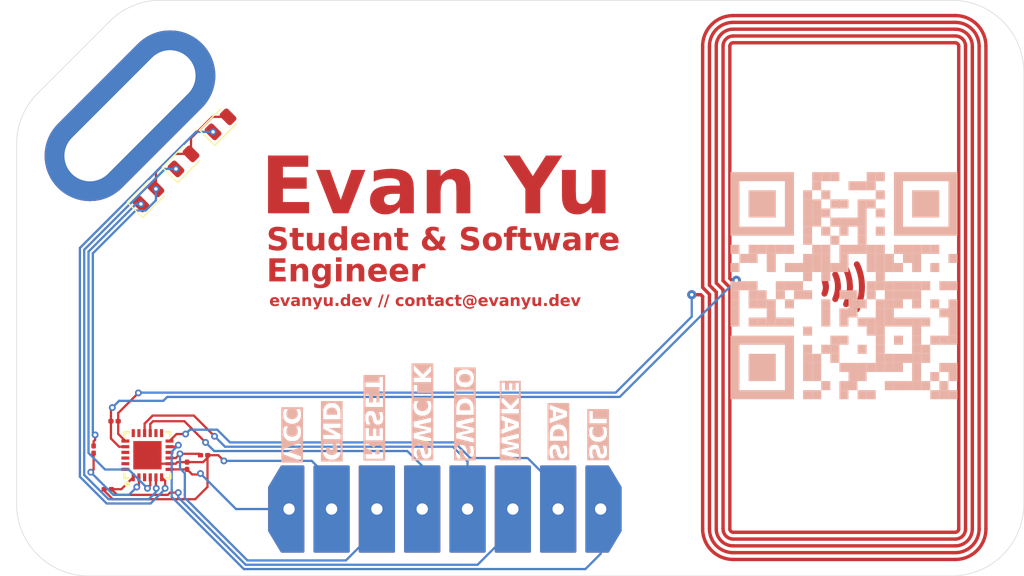
<source format=kicad_pcb>
(kicad_pcb (version 20241229) (generator "pcbnew") (generator_version "9.0")
  (layers (0 "F.Cu" signal) (2 "B.Cu" signal) (13 "F.Paste" user) (15 "B.Paste" user) (5 "F.SilkS" user "F.Silkscreen") (7 "B.SilkS" user "B.Silkscreen") (1 "F.Mask" user) (3 "B.Mask" user) (25 "Edge.Cuts" user))
  (net 0 "")
  (net 1 "GND")
  (net 2 "Net-(U2-LA)")
  (net 3 "Net-(U2-LB)")
  (net 4 "VCC")
  (net 5 "/RESET")
  (net 6 "/WAKE")
  (net 7 "/LEDC3")
  (net 13 "/SWDIO")
  (net 15 "/LEDC1")
  (net 18 "/LEDC2")
  (net 19 "/LEDR1")
  (net 20 "/SCL")
  (net 23 "/SDA")
  (net 24 "/SWCLK")
  (net 25 "Net-(D1-A)")
  (footprint "LED_SMD:LED_0805_2012Metric" (layer "F.Cu") (at 122.680679 84.06932 45)
    (property "Reference" "D2" (hide yes))
    (property "Value" "LED")
  )
  (footprint "Capacitor_SMD:C_0201_0603Metric" (layer "F.Cu") (at 116.6 107)
    (property "Reference" "C1" (hide yes))
    (property "Value" "1.2pF" (hide yes))
  )
  (footprint "LED_SMD:LED_0805_2012Metric" (layer "F.Cu") (at 125.951048 80.798951 45)
    (property "Reference" "D3" (hide yes))
    (property "Value" "LED")
  )
  (footprint "Capacitor_SMD:C_0201_0603Metric" (layer "F.Cu") (at 116 113 180)
    (property "Reference" "C4" (hide yes))
    (property "Value" "100nF")
  )
  (footprint "Library:25X48MM_NFC_EXPOSED_ANTENNA" (layer "F.Cu") (at 181 95.2 90)
    (property "Reference" "L1" (hide yes))
    (property "Value" "~")
  )
  (footprint "Library:HoldingHole" (layer "F.Cu") (at 124.5 73.5 135)
    (property "Reference" "REF**" (hide yes))
    (property "Value" "HoldingHole")
  )
  (footprint "Capacitor_SMD:C_0201_0603Metric" (layer "F.Cu") (at 124.5 110)
    (property "Reference" "C3" (hide yes))
    (property "Value" "100nF")
  )
  (footprint "LED_SMD:LED_0805_2012Metric" (layer "F.Cu") (at 119.587087 87.162913 45)
    (property "Reference" "D1" (hide yes))
    (property "Value" "LED")
  )
  (footprint "Library:Name_1" (layer "F.Cu") (at 129.5 89.5)
    (property "Reference" "REF**" (hide yes))
    (property "Value" "Name_1" (hide yes))
  )
  (footprint "Library:Wireless_icon" (layer "F.Cu") (at 181 95)
    (property "Reference" "REF**" (hide yes))
    (property "Value" "Wireless_icon" (hide yes))
  )
  (footprint "Library:8-Pin-Pads" (layer "F.Cu") (at 137.25 114.5)
    (property "Reference" "J1" (hide yes))
    (property "Value" "Conn_01x08_Pin")
  )
  (footprint "Capacitor_SMD:C_0201_0603Metric" (layer "F.Cu") (at 123 110.93 90)
    (property "Reference" "C2" (hide yes))
    (property "Value" "100nF")
  )
  (footprint "Library:Position" (layer "F.Cu") (at 130 96.5)
    (property "Reference" "REF**" (hide yes))
    (property "Value" "Position" (hide yes))
  )
  (footprint "Resistor_SMD:R_0201_0603Metric" (layer "F.Cu") (at 114.75 109.5 90)
    (property "Reference" "R1" (hide yes))
    (property "Value" "330")
  )
  (footprint "Library:Contact" (layer "F.Cu") (at 130.25 97)
    (property "Reference" "REF**" (hide yes))
    (property "Value" "Contact")
  )
  (footprint "Library:NXP LPC8N04FHI24E" (layer "F.Cu") (at 119.5 110)
    (property "Reference" "U2" (hide yes))
    (property "Value" "~" (hide yes))
  )
  (gr_poly (pts (xy 177.362374 93.835858) (xy 176.560606 93.835858) (xy 176.560606 93.034091) (xy 177.362374 93.034091)) (stroke (width -0.000001)) (fill yes) (layer "B.SilkS"))
  (gr_poly (pts (xy 186.983586 93.034091) (xy 186.181818 93.034091) (xy 186.181818 92.232324) (xy 186.983586 92.232324)) (stroke (width -0.000001)) (fill yes) (layer "B.SilkS"))
  (gr_poly (pts (xy 171.75 95.439395) (xy 170.948233 95.439395) (xy 170.948233 94.637626) (xy 171.75 94.637626)) (stroke (width -0.000001)) (fill yes) (layer "B.SilkS"))
  (gr_poly (pts (xy 180.569444 101.051768) (xy 179.767676 101.051768) (xy 179.767676 100.25) (xy 180.569444 100.25)) (stroke (width -0.000001)) (fill yes) (layer "B.SilkS"))
  (gr_poly (pts (xy 177.362374 95.439395) (xy 176.560606 95.439395) (xy 176.560606 94.637626) (xy 177.362374 94.637626)) (stroke (width -0.000001)) (fill yes) (layer "B.SilkS"))
  (gr_poly (pts (xy 178.164142 90.628788) (xy 177.362374 90.628788) (xy 177.362374 89.827021) (xy 178.164142 89.827021)) (stroke (width -0.000001)) (fill yes) (layer "B.SilkS"))
  (gr_poly (pts (xy 178.164142 101.853535) (xy 177.362374 101.853535) (xy 177.362374 101.051768) (xy 178.164142 101.051768)) (stroke (width -0.000001)) (fill yes) (layer "B.SilkS"))
  (gr_poly (pts (xy 187.785353 99.448233) (xy 186.983586 99.448233) (xy 186.983586 98.646464) (xy 187.785353 98.646464)) (stroke (width -0.000001)) (fill yes) (layer "B.SilkS"))
  (gr_poly (pts (xy 190.992424 98.646464) (xy 190.190655 98.646464) (xy 190.190655 97.844697) (xy 190.992424 97.844697)) (stroke (width -0.000001)) (fill yes) (layer "B.SilkS"))
  (gr_poly (pts (xy 183.776515 92.232324) (xy 182.974747 92.232324) (xy 182.974747 91.430556) (xy 183.776515 91.430556)) (stroke (width -0.000001)) (fill yes) (layer "B.SilkS"))
  (gr_poly (pts (xy 181.371213 100.25) (xy 180.569444 100.25) (xy 180.569444 99.448233) (xy 181.371213 99.448233)) (stroke (width -0.000001)) (fill yes) (layer "B.SilkS"))
  (gr_poly (pts (xy 188.587121 98.646464) (xy 187.785353 98.646464) (xy 187.785353 97.844697) (xy 188.587121 97.844697)) (stroke (width -0.000001)) (fill yes) (layer "B.SilkS"))
  (gr_poly (pts (xy 187.785353 102.655303) (xy 186.983586 102.655303) (xy 186.983586 101.853535) (xy 187.785353 101.853535)) (stroke (width -0.000001)) (fill yes) (layer "B.SilkS"))
  (gr_poly (pts (xy 172.551768 93.034091) (xy 171.75 93.034091) (xy 171.75 92.232324) (xy 172.551768 92.232324)) (stroke (width -0.000001)) (fill yes) (layer "B.SilkS"))
  (gr_poly (pts (xy 182.974747 86.61995) (xy 182.17298 86.61995) (xy 182.17298 85.818182) (xy 182.974747 85.818182)) (stroke (width -0.000001)) (fill yes) (layer "B.SilkS"))
  (gr_poly (pts (xy 181.371213 93.034091) (xy 180.569444 93.034091) (xy 180.569444 92.232324) (xy 181.371213 92.232324)) (stroke (width -0.000001)) (fill yes) (layer "B.SilkS"))
  (gr_poly (pts (xy 179.767676 104.258837) (xy 178.965909 104.258837) (xy 178.965909 103.45707) (xy 179.767676 103.45707)) (stroke (width -0.000001)) (fill yes) (layer "B.SilkS"))
  (gr_poly (pts (xy 171.75 97.042929) (xy 170.948233 97.042929) (xy 170.948233 96.241162) (xy 171.75 96.241162)) (stroke (width -0.000001)) (fill yes) (layer "B.SilkS"))
  (gr_poly (pts (xy 178.164142 105.060606) (xy 177.362374 105.060606) (xy 177.362374 104.258837) (xy 178.164142 104.258837)) (stroke (width -0.000001)) (fill yes) (layer "B.SilkS"))
  (gr_poly (pts (xy 180.569444 100.25) (xy 179.767676 100.25) (xy 179.767676 99.448233) (xy 180.569444 99.448233)) (stroke (width -0.000001)) (fill yes) (layer "B.SilkS"))
  (gr_poly (pts (xy 184.578282 101.051768) (xy 183.776515 101.051768) (xy 183.776515 100.25) (xy 184.578282 100.25)) (stroke (width -0.000001)) (fill yes) (layer "B.SilkS"))
  (gr_poly (pts (xy 179.767676 90.628788) (xy 178.965909 90.628788) (xy 178.965909 89.827021) (xy 179.767676 89.827021)) (stroke (width -0.000001)) (fill yes) (layer "B.SilkS"))
  (gr_poly (pts (xy 179.767676 97.844697) (xy 178.965909 97.844697) (xy 178.965909 97.042929) (xy 179.767676 97.042929)) (stroke (width -0.000001)) (fill yes) (layer "B.SilkS"))
  (gr_poly (pts (xy 178.164142 89.827021) (xy 177.362374 89.827021) (xy 177.362374 89.025253) (xy 178.164142 89.025253)) (stroke (width -0.000001)) (fill yes) (layer "B.SilkS"))
  (gr_poly (pts (xy 183.776515 93.835858) (xy 182.974747 93.835858) (xy 182.974747 93.034091) (xy 183.776515 93.034091)) (stroke (width -0.000001)) (fill yes) (layer "B.SilkS"))
  (gr_poly (pts (xy 177.362374 96.241162) (xy 176.560606 96.241162) (xy 176.560606 95.439395) (xy 177.362374 95.439395)) (stroke (width -0.000001)) (fill yes) (layer "B.SilkS"))
  (gr_poly (pts (xy 184.578282 98.646464) (xy 183.776515 98.646464) (xy 183.776515 97.844697) (xy 184.578282 97.844697)) (stroke (width -0.000001)) (fill yes) (layer "B.SilkS"))
  (gr_poly (pts (xy 182.17298 92.232324) (xy 181.371213 92.232324) (xy 181.371213 91.430556) (xy 182.17298 91.430556)) (stroke (width -0.000001)) (fill yes) (layer "B.SilkS"))
  (gr_poly (pts (xy 189.388888 93.835858) (xy 188.587121 93.835858) (xy 188.587121 93.034091) (xy 189.388888 93.034091)) (stroke (width -0.000001)) (fill yes) (layer "B.SilkS"))
  (gr_poly (pts (xy 186.181818 97.042929) (xy 185.380051 97.042929) (xy 185.380051 96.241162) (xy 186.181818 96.241162)) (stroke (width -0.000001)) (fill yes) (layer "B.SilkS"))
  (gr_poly (pts (xy 178.965909 89.827021) (xy 178.164142 89.827021) (xy 178.164142 89.025253) (xy 178.965909 89.025253)) (stroke (width -0.000001)) (fill yes) (layer "B.SilkS"))
  (gr_poly (pts (xy 174.957071 98.646464) (xy 174.155303 98.646464) (xy 174.155303 97.844697) (xy 174.957071 97.844697)) (stroke (width -0.000001)) (fill yes) (layer "B.SilkS"))
  (gr_poly (pts (xy 178.164142 94.637626) (xy 177.362374 94.637626) (xy 177.362374 93.835858) (xy 178.164142 93.835858)) (stroke (width -0.000001)) (fill yes) (layer "B.SilkS"))
  (gr_poly (pts (xy 175.758839 95.439395) (xy 174.957071 95.439395) (xy 174.957071 94.637626) (xy 175.758839 94.637626)) (stroke (width -0.000001)) (fill yes) (layer "B.SilkS"))
  (gr_poly (pts (xy 175.758839 96.241162) (xy 174.957071 96.241162) (xy 174.957071 95.439395) (xy 175.758839 95.439395)) (stroke (width -0.000001)) (fill yes) (layer "B.SilkS"))
  (gr_poly (pts (xy 186.983586 95.439395) (xy 186.181818 95.439395) (xy 186.181818 94.637626) (xy 186.983586 94.637626)) (stroke (width -0.000001)) (fill yes) (layer "B.SilkS"))
  (gr_poly (pts (xy 178.965909 93.034091) (xy 178.164142 93.034091) (xy 178.164142 92.232324) (xy 178.965909 92.232324)) (stroke (width -0.000001)) (fill yes) (layer "B.SilkS"))
  (gr_poly (pts (xy 180.569444 93.835858) (xy 179.767676 93.835858) (xy 179.767676 93.034091) (xy 180.569444 93.034091)) (stroke (width -0.000001)) (fill yes) (layer "B.SilkS"))
  (gr_poly (pts (xy 182.17298 97.042929) (xy 181.371213 97.042929) (xy 181.371213 96.241162) (xy 182.17298 96.241162)) (stroke (width -0.000001)) (fill yes) (layer "B.SilkS"))
  (gr_poly (pts (xy 178.965909 92.232324) (xy 178.164142 92.232324) (xy 178.164142 91.430556) (xy 178.965909 91.430556)) (stroke (width -0.000001)) (fill yes) (layer "B.SilkS"))
  (gr_poly (pts (xy 179.767676 94.637626) (xy 178.965909 94.637626) (xy 178.965909 93.835858) (xy 179.767676 93.835858)) (stroke (width -0.000001)) (fill yes) (layer "B.SilkS"))
  (gr_poly (pts (xy 185.380051 97.844697) (xy 184.578282 97.844697) (xy 184.578282 97.042929) (xy 185.380051 97.042929)) (stroke (width -0.000001)) (fill yes) (layer "B.SilkS"))
  (gr_poly (pts (xy 186.983586 92.232324) (xy 186.181818 92.232324) (xy 186.181818 91.430556) (xy 186.983586 91.430556)) (stroke (width -0.000001)) (fill yes) (layer "B.SilkS"))
  (gr_poly (pts (xy 182.974747 89.025253) (xy 182.17298 89.025253) (xy 182.17298 88.223485) (xy 182.974747 88.223485)) (stroke (width -0.000001)) (fill yes) (layer "B.SilkS"))
  (gr_poly (pts (xy 178.164142 89.025253) (xy 177.362374 89.025253) (xy 177.362374 88.223485) (xy 178.164142 88.223485)) (stroke (width -0.000001)) (fill yes) (layer "B.SilkS"))
  (gr_poly (pts (xy 183.776515 102.655303) (xy 182.974747 102.655303) (xy 182.974747 101.853535) (xy 183.776515 101.853535)) (stroke (width -0.000001)) (fill yes) (layer "B.SilkS"))
  (gr_poly (pts (xy 190.992424 99.448233) (xy 190.190655 99.448233) (xy 190.190655 98.646464) (xy 190.992424 98.646464)) (stroke (width -0.000001)) (fill yes) (layer "B.SilkS"))
  (gr_poly (pts (xy 184.578282 90.628788) (xy 183.776515 90.628788) (xy 183.776515 89.827021) (xy 184.578282 89.827021)) (stroke (width -0.000001)) (fill yes) (layer "B.SilkS"))
  (gr_poly (pts (xy 190.992424 90.628788) (xy 185.380051 90.628788) (xy 185.380051 89.827021) (xy 186.181818 89.827021) (xy 190.190655 89.827021) (xy 190.190655 85.818182) (xy 186.181818 85.818182) (xy 186.181818 89.827021) (xy 185.380051 89.827021) (xy 185.380051 85.016415) (xy 190.992424 85.016415)) (stroke (width -0.000001)) (fill yes) (layer "B.SilkS"))
  (gr_poly (pts (xy 179.767676 93.835858) (xy 178.965909 93.835858) (xy 178.965909 93.034091) (xy 179.767676 93.034091)) (stroke (width -0.000001)) (fill yes) (layer "B.SilkS"))
  (gr_poly (pts (xy 171.75 97.844697) (xy 170.948233 97.844697) (xy 170.948233 97.042929) (xy 171.75 97.042929)) (stroke (width -0.000001)) (fill yes) (layer "B.SilkS"))
  (gr_poly (pts (xy 174.957071 92.232324) (xy 174.155303 92.232324) (xy 174.155303 91.430556) (xy 174.957071 91.430556)) (stroke (width -0.000001)) (fill yes) (layer "B.SilkS"))
  (gr_poly (pts (xy 187.785353 93.034091) (xy 186.983586 93.034091) (xy 186.983586 92.232324) (xy 187.785353 92.232324)) (stroke (width -0.000001)) (fill yes) (layer "B.SilkS"))
  (gr_poly (pts (xy 179.767676 98.646464) (xy 178.965909 98.646464) (xy 178.965909 97.844697) (xy 179.767676 97.844697)) (stroke (width -0.000001)) (fill yes) (layer "B.SilkS"))
  (gr_poly (pts (xy 186.181818 98.646464) (xy 185.380051 98.646464) (xy 185.380051 97.844697) (xy 186.181818 97.844697)) (stroke (width -0.000001)) (fill yes) (layer "B.SilkS"))
  (gr_poly (pts (xy 174.957071 97.844697) (xy 174.155303 97.844697) (xy 174.155303 97.042929) (xy 174.957071 97.042929)) (stroke (width -0.000001)) (fill yes) (layer "B.SilkS"))
  (gr_poly (pts (xy 174.155303 97.042929) (xy 173.353535 97.042929) (xy 173.353535 96.241162) (xy 174.155303 96.241162)) (stroke (width -0.000001)) (fill yes) (layer "B.SilkS"))
  (gr_poly (pts (xy 182.17298 97.844697) (xy 181.371213 97.844697) (xy 181.371213 97.042929) (xy 182.17298 97.042929)) (stroke (width -0.000001)) (fill yes) (layer "B.SilkS"))
  (gr_poly (pts (xy 184.578282 93.034091) (xy 183.776515 93.034091) (xy 183.776515 92.232324) (xy 184.578282 92.232324)) (stroke (width -0.000001)) (fill yes) (layer "B.SilkS"))
  (gr_poly (pts (xy 190.992424 97.844697) (xy 190.190655 97.844697) (xy 190.190655 97.042929) (xy 190.992424 97.042929)) (stroke (width -0.000001)) (fill yes) (layer "B.SilkS"))
  (gr_poly (pts (xy 178.164142 99.448233) (xy 177.362374 99.448233) (xy 177.362374 98.646464) (xy 178.164142 98.646464)) (stroke (width -0.000001)) (fill yes) (layer "B.SilkS"))
  (gr_poly (pts (xy 182.974747 91.430556) (xy 182.17298 91.430556) (xy 182.17298 90.628788) (xy 182.974747 90.628788)) (stroke (width -0.000001)) (fill yes) (layer "B.SilkS"))
  (gr_poly (pts (xy 189.388888 92.232324) (xy 188.587121 92.232324) (xy 188.587121 91.430556) (xy 189.388888 91.430556)) (stroke (width -0.000001)) (fill yes) (layer "B.SilkS"))
  (gr_poly (pts (xy 189.388888 97.042929) (xy 188.587121 97.042929) (xy 188.587121 96.241162) (xy 189.388888 96.241162)) (stroke (width -0.000001)) (fill yes) (layer "B.SilkS"))
  (gr_poly (pts (xy 185.380051 98.646464) (xy 184.578282 98.646464) (xy 184.578282 97.844697) (xy 185.380051 97.844697)) (stroke (width -0.000001)) (fill yes) (layer "B.SilkS"))
  (gr_poly (pts (xy 183.776515 86.61995) (xy 182.974747 86.61995) (xy 182.974747 85.818182) (xy 183.776515 85.818182)) (stroke (width -0.000001)) (fill yes) (layer "B.SilkS"))
  (gr_poly (pts (xy 182.974747 105.060606) (xy 182.17298 105.060606) (xy 182.17298 104.258837) (xy 182.974747 104.258837)) (stroke (width -0.000001)) (fill yes) (layer "B.SilkS"))
  (gr_poly (pts (xy 182.974747 103.45707) (xy 182.17298 103.45707) (xy 182.17298 102.655303) (xy 182.974747 102.655303)) (stroke (width -0.000001)) (fill yes) (layer "B.SilkS"))
  (gr_poly (pts (xy 176.560606 93.835858) (xy 175.758839 93.835858) (xy 175.758839 93.034091) (xy 176.560606 93.034091)) (stroke (width -0.000001)) (fill yes) (layer "B.SilkS"))
  (gr_poly (pts (xy 178.164142 93.034091) (xy 177.362374 93.034091) (xy 177.362374 92.232324) (xy 178.164142 92.232324)) (stroke (width -0.000001)) (fill yes) (layer "B.SilkS"))
  (gr_poly (pts (xy 185.380051 96.241162) (xy 184.578282 96.241162) (xy 184.578282 95.439395) (xy 185.380051 95.439395)) (stroke (width -0.000001)) (fill yes) (layer "B.SilkS"))
  (gr_poly (pts (xy 183.776515 95.439395) (xy 182.974747 95.439395) (xy 182.974747 94.637626) (xy 183.776515 94.637626)) (stroke (width -0.000001)) (fill yes) (layer "B.SilkS"))
  (gr_poly (pts (xy 184.578282 97.844697) (xy 183.776515 97.844697) (xy 183.776515 97.042929) (xy 184.578282 97.042929)) (stroke (width -0.000001)) (fill yes) (layer "B.SilkS"))
  (gr_poly (pts (xy 186.181818 104.258837) (xy 185.380051 104.258837) (xy 185.380051 103.45707) (xy 186.181818 103.45707)) (stroke (width -0.000001)) (fill yes) (layer "B.SilkS"))
  (gr_poly (pts (xy 178.965909 101.853535) (xy 178.164142 101.853535) (xy 178.164142 101.051768) (xy 178.965909 101.051768)) (stroke (width -0.000001)) (fill yes) (layer "B.SilkS"))
  (gr_poly (pts (xy 174.957071 93.835858) (xy 174.155303 93.835858) (xy 174.155303 93.034091) (xy 174.957071 93.034091)) (stroke (width -0.000001)) (fill yes) (layer "B.SilkS"))
  (gr_poly (pts (xy 184.578282 94.637626) (xy 183.776515 94.637626) (xy 183.776515 93.835858) (xy 184.578282 93.835858)) (stroke (width -0.000001)) (fill yes) (layer "B.SilkS"))
  (gr_poly (pts (xy 186.181818 92.232324) (xy 185.380051 92.232324) (xy 185.380051 91.430556) (xy 186.181818 91.430556)) (stroke (width -0.000001)) (fill yes) (layer "B.SilkS"))
  (gr_poly (pts (xy 176.560606 95.439395) (xy 175.758839 95.439395) (xy 175.758839 94.637626) (xy 176.560606 94.637626)) (stroke (width -0.000001)) (fill yes) (layer "B.SilkS"))
  (gr_poly (pts (xy 190.190655 97.844697) (xy 189.388888 97.844697) (xy 189.388888 97.042929) (xy 190.190655 97.042929)) (stroke (width -0.000001)) (fill yes) (layer "B.SilkS"))
  (gr_poly (pts (xy 178.965909 102.655303) (xy 178.164142 102.655303) (xy 178.164142 101.853535) (xy 178.965909 101.853535)) (stroke (width -0.000001)) (fill yes) (layer "B.SilkS"))
  (gr_poly (pts (xy 174.957071 103.45707) (xy 172.551768 103.45707) (xy 172.551768 101.051768) (xy 174.957071 101.051768)) (stroke (width -0.000001)) (fill yes) (layer "B.SilkS"))
  (gr_poly (pts (xy 184.578282 102.655303) (xy 183.776515 102.655303) (xy 183.776515 101.853535) (xy 184.578282 101.853535)) (stroke (width -0.000001)) (fill yes) (layer "B.SilkS"))
  (gr_poly (pts (xy 182.17298 104.258837) (xy 181.371213 104.258837) (xy 181.371213 103.45707) (xy 182.17298 103.45707)) (stroke (width -0.000001)) (fill yes) (layer "B.SilkS"))
  (gr_poly (pts (xy 178.164142 101.051768) (xy 177.362374 101.051768) (xy 177.362374 100.25) (xy 178.164142 100.25)) (stroke (width -0.000001)) (fill yes) (layer "B.SilkS"))
  (gr_poly (pts (xy 187.785353 97.042929) (xy 186.983586 97.042929) (xy 186.983586 96.241162) (xy 187.785353 96.241162)) (stroke (width -0.000001)) (fill yes) (layer "B.SilkS"))
  (gr_poly (pts (xy 174.957071 89.025253) (xy 172.551768 89.025253) (xy 172.551768 86.61995) (xy 174.957071 86.61995)) (stroke (width -0.000001)) (fill yes) (layer "B.SilkS"))
  (gr_poly (pts (xy 184.578282 87.421717) (xy 183.776515 87.421717) (xy 183.776515 86.61995) (xy 184.578282 86.61995)) (stroke (width -0.000001)) (fill yes) (layer "B.SilkS"))
  (gr_poly (pts (xy 186.983586 98.646464) (xy 186.181818 98.646464) (xy 186.181818 97.844697) (xy 186.983586 97.844697)) (stroke (width -0.000001)) (fill yes) (layer "B.SilkS"))
  (gr_poly (pts (xy 176.560606 90.628788) (xy 170.948233 90.628788) (xy 170.948233 89.827021) (xy 171.75 89.827021) (xy 175.758839 89.827021) (xy 175.758839 85.818182) (xy 171.75 85.818182) (xy 171.75 89.827021) (xy 170.948233 89.827021) (xy 170.948233 85.016415) (xy 176.560606 85.016415)) (stroke (width -0.000001)) (fill yes) (layer "B.SilkS"))
  (gr_poly (pts (xy 188.587121 92.232324) (xy 187.785353 92.232324) (xy 187.785353 91.430556) (xy 188.587121 91.430556)) (stroke (width -0.000001)) (fill yes) (layer "B.SilkS"))
  (gr_poly (pts (xy 182.974747 101.051768) (xy 182.17298 101.051768) (xy 182.17298 100.25) (xy 182.974747 100.25)) (stroke (width -0.000001)) (fill yes) (layer "B.SilkS"))
  (gr_poly (pts (xy 185.380051 97.042929) (xy 184.578282 97.042929) (xy 184.578282 96.241162) (xy 185.380051 96.241162)) (stroke (width -0.000001)) (fill yes) (layer "B.SilkS"))
  (gr_poly (pts (xy 178.965909 86.61995) (xy 178.164142 86.61995) (xy 178.164142 85.818182) (xy 178.965909 85.818182)) (stroke (width -0.000001)) (fill yes) (layer "B.SilkS"))
  (gr_poly (pts (xy 189.388888 105.060606) (xy 188.587121 105.060606) (xy 188.587121 104.258837) (xy 189.388888 104.258837)) (stroke (width -0.000001)) (fill yes) (layer "B.SilkS"))
  (gr_poly (pts (xy 190.190655 104.258837) (xy 189.388888 104.258837) (xy 189.388888 103.45707) (xy 190.190655 103.45707)) (stroke (width -0.000001)) (fill yes) (layer "B.SilkS"))
  (gr_poly (pts (xy 184.578282 92.232324) (xy 183.776515 92.232324) (xy 183.776515 91.430556) (xy 184.578282 91.430556)) (stroke (width -0.000001)) (fill yes) (layer "B.SilkS"))
  (gr_poly (pts (xy 173.353535 95.439395) (xy 172.551768 95.439395) (xy 172.551768 94.637626) (xy 173.353535 94.637626)) (stroke (width -0.000001)) (fill yes) (layer "B.SilkS"))
  (gr_poly (pts (xy 178.164142 96.241162) (xy 177.362374 96.241162) (xy 177.362374 95.439395) (xy 178.164142 95.439395)) (stroke (width -0.000001)) (fill yes) (layer "B.SilkS"))
  (gr_poly (pts (xy 189.388888 103.45707) (xy 188.587121 103.45707) (xy 188.587121 102.655303) (xy 189.388888 102.655303)) (stroke (width -0.000001)) (fill yes) (layer "B.SilkS"))
  (gr_poly (pts (xy 187.785353 101.051768) (xy 186.983586 101.051768) (xy 186.983586 100.25) (xy 187.785353 100.25)) (stroke (width -0.000001)) (fill yes) (layer "B.SilkS"))
  (gr_poly (pts (xy 182.974747 88.223485) (xy 182.17298 88.223485) (xy 182.17298 87.421717) (xy 182.974747 87.421717)) (stroke (width -0.000001)) (fill yes) (layer "B.SilkS"))
  (gr_poly (pts (xy 187.785353 96.241162) (xy 186.983586 96.241162) (xy 186.983586 95.439395) (xy 187.785353 95.439395)) (stroke (width -0.000001)) (fill yes) (layer "B.SilkS"))
  (gr_poly (pts (xy 180.569444 89.827021) (xy 179.767676 89.827021) (xy 179.767676 89.025253) (xy 180.569444 89.025253)) (stroke (width -0.000001)) (fill yes) (layer "B.SilkS"))
  (gr_poly (pts (xy 176.560606 97.042929) (xy 175.758839 97.042929) (xy 175.758839 96.241162) (xy 176.560606 96.241162)) (stroke (width -0.000001)) (fill yes) (layer "B.SilkS"))
  (gr_poly (pts (xy 187.785353 95.439395) (xy 186.983586 95.439395) (xy 186.983586 94.637626) (xy 187.785353 94.637626)) (stroke (width -0.000001)) (fill yes) (layer "B.SilkS"))
  (gr_poly (pts (xy 184.578282 99.448233) (xy 183.776515 99.448233) (xy 183.776515 98.646464) (xy 184.578282 98.646464)) (stroke (width -0.000001)) (fill yes) (layer "B.SilkS"))
  (gr_poly (pts (xy 178.965909 85.818182) (xy 178.164142 85.818182) (xy 178.164142 85.016415) (xy 178.965909 85.016415)) (stroke (width -0.000001)) (fill yes) (layer "B.SilkS"))
  (gr_poly (pts (xy 180.569444 91.430556) (xy 179.767676 91.430556) (xy 179.767676 90.628788) (xy 180.569444 90.628788)) (stroke (width -0.000001)) (fill yes) (layer "B.SilkS"))
  (gr_poly (pts (xy 178.164142 91.430556) (xy 177.362374 91.430556) (xy 177.362374 90.628788) (xy 178.164142 90.628788)) (stroke (width -0.000001)) (fill yes) (layer "B.SilkS"))
  (gr_poly (pts (xy 178.164142 93.835858) (xy 177.362374 93.835858) (xy 177.362374 93.034091) (xy 178.164142 93.034091)) (stroke (width -0.000001)) (fill yes) (layer "B.SilkS"))
  (gr_poly (pts (xy 185.380051 104.258837) (xy 184.578282 104.258837) (xy 184.578282 103.45707) (xy 185.380051 103.45707)) (stroke (width -0.000001)) (fill yes) (layer "B.SilkS"))
  (gr_poly (pts (xy 185.380051 95.439395) (xy 184.578282 95.439395) (xy 184.578282 94.637626) (xy 185.380051 94.637626)) (stroke (width -0.000001)) (fill yes) (layer "B.SilkS"))
  (gr_poly (pts (xy 178.164142 103.45707) (xy 177.362374 103.45707) (xy 177.362374 102.655303) (xy 178.164142 102.655303)) (stroke (width -0.000001)) (fill yes) (layer "B.SilkS"))
  (gr_poly (pts (xy 178.164142 88.223485) (xy 177.362374 88.223485) (xy 177.362374 87.421717) (xy 178.164142 87.421717)) (stroke (width -0.000001)) (fill yes) (layer "B.SilkS"))
  (gr_poly (pts (xy 188.587121 101.853535) (xy 187.785353 101.853535) (xy 187.785353 101.051768) (xy 188.587121 101.051768)) (stroke (width -0.000001)) (fill yes) (layer "B.SilkS"))
  (gr_poly (pts (xy 186.181818 93.835858) (xy 185.380051 93.835858) (xy 185.380051 93.034091) (xy 186.181818 93.034091)) (stroke (width -0.000001)) (fill yes) (layer "B.SilkS"))
  (gr_poly (pts (xy 187.785353 98.646464) (xy 186.983586 98.646464) (xy 186.983586 97.844697) (xy 187.785353 97.844697)) (stroke (width -0.000001)) (fill yes) (layer "B.SilkS"))
  (gr_poly (pts (xy 189.388888 100.25) (xy 188.587121 100.25) (xy 188.587121 99.448233) (xy 189.388888 99.448233)) (stroke (width -0.000001)) (fill yes) (layer "B.SilkS"))
  (gr_poly (pts (xy 184.578282 95.439395) (xy 183.776515 95.439395) (xy 183.776515 94.637626) (xy 184.578282 94.637626)) (stroke (width -0.000001)) (fill yes) (layer "B.SilkS"))
  (gr_poly (pts (xy 181.371213 90.628788) (xy 180.569444 90.628788) (xy 180.569444 89.827021) (xy 181.371213 89.827021)) (stroke (width -0.000001)) (fill yes) (layer "B.SilkS"))
  (gr_poly (pts (xy 173.353535 93.034091) (xy 172.551768 93.034091) (xy 172.551768 92.232324) (xy 173.353535 92.232324)) (stroke (width -0.000001)) (fill yes) (layer "B.SilkS"))
  (gr_poly (pts (xy 187.785353 92.232324) (xy 186.983586 92.232324) (xy 186.983586 91.430556) (xy 187.785353 91.430556)) (stroke (width -0.000001)) (fill yes) (layer "B.SilkS"))
  (gr_poly (pts (xy 172.551768 95.439395) (xy 171.75 95.439395) (xy 171.75 94.637626) (xy 172.551768 94.637626)) (stroke (width -0.000001)) (fill yes) (layer "B.SilkS"))
  (gr_poly (pts (xy 182.974747 89.827021) (xy 182.17298 89.827021) (xy 182.17298 89.025253) (xy 182.974747 89.025253)) (stroke (width -0.000001)) (fill yes) (layer "B.SilkS"))
  (gr_poly (pts (xy 186.983586 104.258837) (xy 186.181818 104.258837) (xy 186.181818 103.45707) (xy 186.983586 103.45707)) (stroke (width -0.000001)) (fill yes) (layer "B.SilkS"))
  (gr_poly (pts (xy 174.155303 92.232324) (xy 173.353535 92.232324) (xy 173.353535 91.430556) (xy 174.155303 91.430556)) (stroke (width -0.000001)) (fill yes) (layer "B.SilkS"))
  (gr_poly (pts (xy 183.776515 96.241162) (xy 182.974747 96.241162) (xy 182.974747 95.439395) (xy 183.776515 95.439395)) (stroke (width -0.000001)) (fill yes) (layer "B.SilkS"))
  (gr_poly (pts (xy 183.776515 98.646464) (xy 182.974747 98.646464) (xy 182.974747 97.844697) (xy 183.776515 97.844697)) (stroke (width -0.000001)) (fill yes) (layer "B.SilkS"))
  (gr_poly (pts (xy 178.965909 89.025253) (xy 178.164142 89.025253) (xy 178.164142 88.223485) (xy 178.965909 88.223485)) (stroke (width -0.000001)) (fill yes) (layer "B.SilkS"))
  (gr_poly (pts (xy 173.353535 96.241162) (xy 172.551768 96.241162) (xy 172.551768 95.439395) (xy 173.353535 95.439395)) (stroke (width -0.000001)) (fill yes) (layer "B.SilkS"))
  (gr_poly (pts (xy 190.992424 100.25) (xy 190.190655 100.25) (xy 190.190655 99.448233) (xy 190.992424 99.448233)) (stroke (width -0.000001)) (fill yes) (layer "B.SilkS"))
  (gr_poly (pts (xy 182.974747 90.628788) (xy 182.17298 90.628788) (xy 182.17298 89.827021) (xy 182.974747 89.827021)) (stroke (width -0.000001)) (fill yes) (layer "B.SilkS"))
  (gr_poly (pts (xy 176.560606 98.646464) (xy 175.758839 98.646464) (xy 175.758839 97.844697) (xy 176.560606 97.844697)) (stroke (width -0.000001)) (fill yes) (layer "B.SilkS"))
  (gr_poly (pts (xy 176.560606 92.232324) (xy 175.758839 92.232324) (xy 175.758839 91.430556) (xy 176.560606 91.430556)) (stroke (width -0.000001)) (fill yes) (layer "B.SilkS"))
  (gr_poly (pts (xy 187.785353 101.853535) (xy 186.983586 101.853535) (xy 186.983586 101.051768) (xy 187.785353 101.051768)) (stroke (width -0.000001)) (fill yes) (layer "B.SilkS"))
  (gr_poly (pts (xy 179.767676 89.025253) (xy 178.965909 89.025253) (xy 178.965909 88.223485) (xy 179.767676 88.223485)) (stroke (width -0.000001)) (fill yes) (layer "B.SilkS"))
  (gr_poly (pts (xy 190.992424 102.655303) (xy 190.190655 102.655303) (xy 190.190655 101.853535) (xy 190.992424 101.853535)) (stroke (width -0.000001)) (fill yes) (layer "B.SilkS"))
  (gr_poly (pts (xy 184.578282 93.835858) (xy 183.776515 93.835858) (xy 183.776515 93.034091) (xy 184.578282 93.034091)) (stroke (width -0.000001)) (fill yes) (layer "B.SilkS"))
  (gr_poly (pts (xy 184.578282 89.025253) (xy 183.776515 89.025253) (xy 183.776515 88.223485) (xy 184.578282 88.223485)) (stroke (width -0.000001)) (fill yes) (layer "B.SilkS"))
  (gr_poly (pts (xy 181.371213 88.223485) (xy 180.569444 88.223485) (xy 180.569444 87.421717) (xy 181.371213 87.421717)) (stroke (width -0.000001)) (fill yes) (layer "B.SilkS"))
  (gr_poly (pts (xy 179.767676 101.051768) (xy 178.965909 101.051768) (xy 178.965909 100.25) (xy 179.767676 100.25)) (stroke (width -0.000001)) (fill yes) (layer "B.SilkS"))
  (gr_poly (pts (xy 182.17298 102.655303) (xy 181.371213 102.655303) (xy 181.371213 101.853535) (xy 182.17298 101.853535)) (stroke (width -0.000001)) (fill yes) (layer "B.SilkS"))
  (gr_poly (pts (xy 186.181818 95.439395) (xy 185.380051 95.439395) (xy 185.380051 94.637626) (xy 186.181818 94.637626)) (stroke (width -0.000001)) (fill yes) (layer "B.SilkS"))
  (gr_poly (pts (xy 186.181818 101.853535) (xy 185.380051 101.853535) (xy 185.380051 101.051768) (xy 186.181818 101.051768)) (stroke (width -0.000001)) (fill yes) (layer "B.SilkS"))
  (gr_poly (pts (xy 190.992424 95.439395) (xy 190.190655 95.439395) (xy 190.190655 94.637626) (xy 190.992424 94.637626)) (stroke (width -0.000001)) (fill yes) (layer "B.SilkS"))
  (gr_poly (pts (xy 184.578282 97.042929) (xy 183.776515 97.042929) (xy 183.776515 96.241162) (xy 184.578282 96.241162)) (stroke (width -0.000001)) (fill yes) (layer "B.SilkS"))
  (gr_poly (pts (xy 184.578282 101.853535) (xy 183.776515 101.853535) (xy 183.776515 101.051768) (xy 184.578282 101.051768)) (stroke (width -0.000001)) (fill yes) (layer "B.SilkS"))
  (gr_poly (pts (xy 190.992424 97.042929) (xy 190.190655 97.042929) (xy 190.190655 96.241162) (xy 190.992424 96.241162)) (stroke (width -0.000001)) (fill yes) (layer "B.SilkS"))
  (gr_poly (pts (xy 179.767676 87.421717) (xy 178.965909 87.421717) (xy 178.965909 86.61995) (xy 179.767676 86.61995)) (stroke (width -0.000001)) (fill yes) (layer "B.SilkS"))
  (gr_poly (pts (xy 182.17298 96.241162) (xy 181.371213 96.241162) (xy 181.371213 95.439395) (xy 182.17298 95.439395)) (stroke (width -0.000001)) (fill yes) (layer "B.SilkS"))
  (gr_poly (pts (xy 182.17298 86.61995) (xy 181.371213 86.61995) (xy 181.371213 85.818182) (xy 182.17298 85.818182)) (stroke (width -0.000001)) (fill yes) (layer "B.SilkS"))
  (gr_poly (pts (xy 178.965909 105.060606) (xy 178.164142 105.060606) (xy 178.164142 104.258837) (xy 178.965909 104.258837)) (stroke (width -0.000001)) (fill yes) (layer "B.SilkS"))
  (gr_poly (pts (xy 182.974747 98.646464) (xy 182.17298 98.646464) (xy 182.17298 97.844697) (xy 182.974747 97.844697)) (stroke (width -0.000001)) (fill yes) (layer "B.SilkS"))
  (gr_poly (pts (xy 187.785353 103.45707) (xy 186.983586 103.45707) (xy 186.983586 102.655303) (xy 187.785353 102.655303)) (stroke (width -0.000001)) (fill yes) (layer "B.SilkS"))
  (gr_poly (pts (xy 190.992424 103.45707) (xy 190.190655 103.45707) (xy 190.190655 102.655303) (xy 190.992424 102.655303)) (stroke (width -0.000001)) (fill yes) (layer "B.SilkS"))
  (gr_poly (pts (xy 179.767676 97.042929) (xy 178.965909 97.042929) (xy 178.965909 96.241162) (xy 179.767676 96.241162)) (stroke (width -0.000001)) (fill yes) (layer "B.SilkS"))
  (gr_poly (pts (xy 180.569444 88.223485) (xy 179.767676 88.223485) (xy 179.767676 87.421717) (xy 180.569444 87.421717)) (stroke (width -0.000001)) (fill yes) (layer "B.SilkS"))
  (gr_poly (pts (xy 171.75 96.241162) (xy 170.948233 96.241162) (xy 170.948233 95.439395) (xy 171.75 95.439395)) (stroke (width -0.000001)) (fill yes) (layer "B.SilkS"))
  (gr_poly (pts (xy 178.164142 102.655303) (xy 177.362374 102.655303) (xy 177.362374 101.853535) (xy 178.164142 101.853535)) (stroke (width -0.000001)) (fill yes) (layer "B.SilkS"))
  (gr_poly (pts (xy 183.776515 85.818182) (xy 182.974747 85.818182) (xy 182.974747 85.016415) (xy 183.776515 85.016415)) (stroke (width -0.000001)) (fill yes) (layer "B.SilkS"))
  (gr_poly (pts (xy 185.380051 101.853535) (xy 184.578282 101.853535) (xy 184.578282 101.051768) (xy 185.380051 101.051768)) (stroke (width -0.000001)) (fill yes) (layer "B.SilkS"))
  (gr_poly (pts (xy 190.190655 102.655303) (xy 189.388888 102.655303) (xy 189.388888 101.853535) (xy 190.190655 101.853535)) (stroke (width -0.000001)) (fill yes) (layer "B.SilkS"))
  (gr_poly (pts (xy 181.371213 104.258837) (xy 180.569444 104.258837) (xy 180.569444 103.45707) (xy 181.371213 103.45707)) (stroke (width -0.000001)) (fill yes) (layer "B.SilkS"))
  (gr_poly (pts (xy 188.587121 104.258837) (xy 187.785353 104.258837) (xy 187.785353 103.45707) (xy 188.587121 103.45707)) (stroke (width -0.000001)) (fill yes) (layer "B.SilkS"))
  (gr_poly (pts (xy 173.353535 98.646464) (xy 172.551768 98.646464) (xy 172.551768 97.844697) (xy 173.353535 97.844697)) (stroke (width -0.000001)) (fill yes) (layer "B.SilkS"))
  (gr_poly (pts (xy 182.17298 89.827021) (xy 181.371213 89.827021) (xy 181.371213 89.025253) (xy 182.17298 89.025253)) (stroke (width -0.000001)) (fill yes) (layer "B.SilkS"))
  (gr_poly (pts (xy 187.785353 104.258837) (xy 186.983586 104.258837) (xy 186.983586 103.45707) (xy 187.785353 103.45707)) (stroke (width -0.000001)) (fill yes) (layer "B.SilkS"))
  (gr_poly (pts (xy 173.353535 97.042929) (xy 172.551768 97.042929) (xy 172.551768 96.241162) (xy 173.353535 96.241162)) (stroke (width -0.000001)) (fill yes) (layer "B.SilkS"))
  (gr_poly (pts (xy 171.75 92.232324) (xy 170.948233 92.232324) (xy 170.948233 91.430556) (xy 171.75 91.430556)) (stroke (width -0.000001)) (fill yes) (layer "B.SilkS"))
  (gr_poly (pts (xy 181.371213 102.655303) (xy 180.569444 102.655303) (xy 180.569444 101.853535) (xy 181.371213 101.853535)) (stroke (width -0.000001)) (fill yes) (layer "B.SilkS"))
  (gr_poly (pts (xy 181.371213 89.827021) (xy 180.569444 89.827021) (xy 180.569444 89.025253) (xy 181.371213 89.025253)) (stroke (width -0.000001)) (fill yes) (layer "B.SilkS"))
  (gr_poly (pts (xy 186.181818 100.25) (xy 185.380051 100.25) (xy 185.380051 99.448233) (xy 186.181818 99.448233)) (stroke (width -0.000001)) (fill yes) (layer "B.SilkS"))
  (gr_poly (pts (xy 175.758839 98.646464) (xy 174.957071 98.646464) (xy 174.957071 97.844697) (xy 175.758839 97.844697)) (stroke (width -0.000001)) (fill yes) (layer "B.SilkS"))
  (gr_poly (pts (xy 190.992424 105.060606) (xy 190.190655 105.060606) (xy 190.190655 104.258837) (xy 190.992424 104.258837)) (stroke (width -0.000001)) (fill yes) (layer "B.SilkS"))
  (gr_poly (pts (xy 179.767676 85.818182) (xy 178.965909 85.818182) (xy 178.965909 85.016415) (xy 179.767676 85.016415)) (stroke (width -0.000001)) (fill yes) (layer "B.SilkS"))
  (gr_poly (pts (xy 188.587121 95.439395) (xy 187.785353 95.439395) (xy 187.785353 94.637626) (xy 188.587121 94.637626)) (stroke (width -0.000001)) (fill yes) (layer "B.SilkS"))
  (gr_poly (pts (xy 187.785353 100.25) (xy 186.983586 100.25) (xy 186.983586 99.448233) (xy 187.785353 99.448233)) (stroke (width -0.000001)) (fill yes) (layer "B.SilkS"))
  (gr_poly (pts (xy 190.992424 93.034091) (xy 190.190655 93.034091) (xy 190.190655 92.232324) (xy 190.992424 92.232324)) (stroke (width -0.000001)) (fill yes) (layer "B.SilkS"))
  (gr_poly (pts (xy 186.181818 102.655303) (xy 185.380051 102.655303) (xy 185.380051 101.853535) (xy 186.181818 101.853535)) (stroke (width -0.000001)) (fill yes) (layer "B.SilkS"))
  (gr_poly (pts (xy 181.371213 92.232324) (xy 180.569444 92.232324) (xy 180.569444 91.430556) (xy 181.371213 91.430556)) (stroke (width -0.000001)) (fill yes) (layer "B.SilkS"))
  (gr_poly (pts (xy 188.587121 101.051768) (xy 187.785353 101.051768) (xy 187.785353 100.25) (xy 188.587121 100.25)) (stroke (width -0.000001)) (fill yes) (layer "B.SilkS"))
  (gr_poly (pts (xy 184.578282 100.25) (xy 183.776515 100.25) (xy 183.776515 99.448233) (xy 184.578282 99.448233)) (stroke (width -0.000001)) (fill yes) (layer "B.SilkS"))
  (gr_poly (pts (xy 182.974747 97.042929) (xy 182.17298 97.042929) (xy 182.17298 96.241162) (xy 182.974747 96.241162)) (stroke (width -0.000001)) (fill yes) (layer "B.SilkS"))
  (gr_poly (pts (xy 181.371213 97.844697) (xy 180.569444 97.844697) (xy 180.569444 97.042929) (xy 181.371213 97.042929)) (stroke (width -0.000001)) (fill yes) (layer "B.SilkS"))
  (gr_poly (pts (xy 181.371213 93.835858) (xy 180.569444 93.835858) (xy 180.569444 93.034091) (xy 181.371213 93.034091)) (stroke (width -0.000001)) (fill yes) (layer "B.SilkS"))
  (gr_poly (pts (xy 183.776515 105.060606) (xy 182.974747 105.060606) (xy 182.974747 104.258837) (xy 183.776515 104.258837)) (stroke (width -0.000001)) (fill yes) (layer "B.SilkS"))
  (gr_poly (pts (xy 182.974747 92.232324) (xy 182.17298 92.232324) (xy 182.17298 91.430556) (xy 182.974747 91.430556)) (stroke (width -0.000001)) (fill yes) (layer "B.SilkS"))
  (gr_poly (pts (xy 180.569444 101.853535) (xy 179.767676 101.853535) (xy 179.767676 101.051768) (xy 180.569444 101.051768)) (stroke (width -0.000001)) (fill yes) (layer "B.SilkS"))
  (gr_poly (pts (xy 173.353535 92.232324) (xy 172.551768 92.232324) (xy 172.551768 91.430556) (xy 173.353535 91.430556)) (stroke (width -0.000001)) (fill yes) (layer "B.SilkS"))
  (gr_poly (pts (xy 181.371213 96.241162) (xy 180.569444 96.241162) (xy 180.569444 95.439395) (xy 181.371213 95.439395)) (stroke (width -0.000001)) (fill yes) (layer "B.SilkS"))
  (gr_poly (pts (xy 185.380051 102.655303) (xy 184.578282 102.655303) (xy 184.578282 101.853535) (xy 185.380051 101.853535)) (stroke (width -0.000001)) (fill yes) (layer "B.SilkS"))
  (gr_poly (pts (xy 182.974747 102.655303) (xy 182.17298 102.655303) (xy 182.17298 101.853535) (xy 182.974747 101.853535)) (stroke (width -0.000001)) (fill yes) (layer "B.SilkS"))
  (gr_poly (pts (xy 176.560606 105.060606) (xy 170.948233 105.060606) (xy 170.948233 104.258837) (xy 171.75 104.258837) (xy 175.758839 104.258837) (xy 175.758839 100.25) (xy 171.75 100.25) (xy 171.75 104.258837) (xy 170.948233 104.258837) (xy 170.948233 99.448233) (xy 176.560606 99.448233)) (stroke (width -0.000001)) (fill yes) (layer "B.SilkS"))
  (gr_poly (pts (xy 182.17298 103.45707) (xy 181.371213 103.45707) (xy 181.371213 102.655303) (xy 182.17298 102.655303)) (stroke (width -0.000001)) (fill yes) (layer "B.SilkS"))
  (gr_poly (pts (xy 174.155303 98.646464) (xy 173.353535 98.646464) (xy 173.353535 97.844697) (xy 174.155303 97.844697)) (stroke (width -0.000001)) (fill yes) (layer "B.SilkS"))
  (gr_poly (pts (xy 185.380051 93.835858) (xy 184.578282 93.835858) (xy 184.578282 93.034091) (xy 185.380051 93.034091)) (stroke (width -0.000001)) (fill yes) (layer "B.SilkS"))
  (gr_poly (pts (xy 174.957071 93.034091) (xy 174.155303 93.034091) (xy 174.155303 92.232324) (xy 174.957071 92.232324)) (stroke (width -0.000001)) (fill yes) (layer "B.SilkS"))
  (gr_poly (pts (xy 178.965909 93.835858) (xy 178.164142 93.835858) (xy 178.164142 93.034091) (xy 178.965909 93.034091)) (stroke (width -0.000001)) (fill yes) (layer "B.SilkS"))
  (gr_poly (pts (xy 180.569444 85.818182) (xy 179.767676 85.818182) (xy 179.767676 85.016415) (xy 180.569444 85.016415)) (stroke (width -0.000001)) (fill yes) (layer "B.SilkS"))
  (gr_poly (pts (xy 187.785353 93.835858) (xy 186.983586 93.835858) (xy 186.983586 93.034091) (xy 187.785353 93.034091)) (stroke (width -0.000001)) (fill yes) (layer "B.SilkS"))
  (gr_poly (pts (xy 171.75 93.835858) (xy 170.948233 93.835858) (xy 170.948233 93.034091) (xy 171.75 93.034091)) (stroke (width -0.000001)) (fill yes) (layer "B.SilkS"))
  (gr_poly (pts (xy 190.190655 100.25) (xy 189.388888 100.25) (xy 189.388888 99.448233) (xy 190.190655 99.448233)) (stroke (width -0.000001)) (fill yes) (layer "B.SilkS"))
  (gr_poly (pts (xy 185.380051 93.034091) (xy 184.578282 93.034091) (xy 184.578282 92.232324) (xy 185.380051 92.232324)) (stroke (width -0.000001)) (fill yes) (layer "B.SilkS"))
  (gr_poly (pts (xy 179.767676 93.034091) (xy 178.965909 93.034091) (xy 178.965909 92.232324) (xy 179.767676 92.232324)) (stroke (width -0.000001)) (fill yes) (layer "B.SilkS"))
  (gr_poly (pts (xy 174.957071 97.042929) (xy 174.155303 97.042929) (xy 174.155303 96.241162) (xy 174.957071 96.241162)) (stroke (width -0.000001)) (fill yes) (layer "B.SilkS"))
  (gr_poly (pts (xy 178.965909 88.223485) (xy 178.164142 88.223485) (xy 178.164142 87.421717) (xy 178.965909 87.421717)) (stroke (width -0.000001)) (fill yes) (layer "B.SilkS"))
  (gr_poly (pts (xy 190.190655 105.060606) (xy 189.388888 105.060606) (xy 189.388888 104.258837) (xy 190.190655 104.258837)) (stroke (width -0.000001)) (fill yes) (layer "B.SilkS"))
  (gr_poly (pts (xy 175.758839 92.232324) (xy 174.957071 92.232324) (xy 174.957071 91.430556) (xy 175.758839 91.430556)) (stroke (width -0.000001)) (fill yes) (layer "B.SilkS"))
  (gr_poly (pts (xy 183.776515 99.448233) (xy 182.974747 99.448233) (xy 182.974747 98.646464) (xy 183.776515 98.646464)) (stroke (width -0.000001)) (fill yes) (layer "B.SilkS"))
  (gr_poly (pts (xy 178.965909 103.45707) (xy 178.164142 103.45707) (xy 178.164142 102.655303) (xy 178.965909 102.655303)) (stroke (width -0.000001)) (fill yes) (layer "B.SilkS"))
  (gr_poly (pts (xy 174.155303 96.241162) (xy 173.353535 96.241162) (xy 173.353535 95.439395) (xy 174.155303 95.439395)) (stroke (width -0.000001)) (fill yes) (layer "B.SilkS"))
  (gr_poly (pts (xy 183.776515 88.223485) (xy 182.974747 88.223485) (xy 182.974747 87.421717) (xy 183.776515 87.421717)) (stroke (width -0.000001)) (fill yes) (layer "B.SilkS"))
  (gr_poly (pts (xy 178.164142 87.421717) (xy 177.362374 87.421717) (xy 177.362374 86.61995) (xy 178.164142 86.61995)) (stroke (width -0.000001)) (fill yes) (layer "B.SilkS"))
  (gr_poly (pts (xy 171.75 98.646464) (xy 170.948233 98.646464) (xy 170.948233 97.844697) (xy 171.75 97.844697)) (stroke (width -0.000001)) (fill yes) (layer "B.SilkS"))
  (gr_poly (pts (xy 189.388888 89.025253) (xy 186.983586 89.025253) (xy 186.983586 86.61995) (xy 189.388888 86.61995)) (stroke (width -0.000001)) (fill yes) (layer "B.SilkS"))
  (gr_poly (pts (xy 179.767676 92.232324) (xy 178.965909 92.232324) (xy 178.965909 91.430556) (xy 179.767676 91.430556)) (stroke (width -0.000001)) (fill yes) (layer "B.SilkS"))
  (gr_poly (pts (xy 190.190655 95.439395) (xy 189.388888 95.439395) (xy 189.388888 94.637626) (xy 190.190655 94.637626)) (stroke (width -0.000001)) (fill yes) (layer "B.SilkS"))
  (gr_poly (pts (xy 181.371213 105.060606) (xy 180.569444 105.060606) (xy 180.569444 104.258837) (xy 181.371213 104.258837)) (stroke (width -0.000001)) (fill yes) (layer "B.SilkS"))
  (gr_poly (pts (xy 186.983586 101.853535) (xy 186.181818 101.853535) (xy 186.181818 101.051768) (xy 186.983586 101.051768)) (stroke (width -0.000001)) (fill yes) (layer "B.SilkS"))
  (gr_poly (pts (xy 183.776515 93.034091) (xy 182.974747 93.034091) (xy 182.974747 92.232324) (xy 183.776515 92.232324)) (stroke (width -0.000001)) (fill yes) (layer "B.SilkS"))
  (gr_poly (pts (xy 186.181818 96.241162) (xy 185.380051 96.241162) (xy 185.380051 95.439395) (xy 186.181818 95.439395)) (stroke (width -0.000001)) (fill yes) (layer "B.SilkS"))
  (gr_poly (pts (xy 186.983586 96.241162) (xy 186.181818 96.241162) (xy 186.181818 95.439395) (xy 186.983586 95.439395)) (stroke (width -0.000001)) (fill yes) (layer "B.SilkS"))
  (gr_poly (pts (xy 181.371213 98.646464) (xy 180.569444 98.646464) (xy 180.569444 97.844697) (xy 181.371213 97.844697)) (stroke (width -0.000001)) (fill yes) (layer "B.SilkS"))
  (gr_poly (pts (xy 184.578282 85.818182) (xy 183.776515 85.818182) (xy 183.776515 85.016415) (xy 184.578282 85.016415)) (stroke (width -0.000001)) (fill yes) (layer "B.SilkS"))
  (gr_arc (start 114.3 120.65) (mid 109.809872 118.790128) (end 107.95 114.3) (stroke (width 0.05)) (layer "Edge.Cuts"))
  (gr_line (start 114.3 120.65) (end 190.5 120.65) (stroke (width 0.05)) (layer "Edge.Cuts"))
  (gr_arc (start 196.85 114.3) (mid 194.990128 118.790128) (end 190.5 120.65) (stroke (width 0.05)) (layer "Edge.Cuts"))
  (gr_line (start 120.65 69.85) (end 190.5 69.85) (stroke (width 0.05)) (layer "Edge.Cuts"))
  (gr_line (start 196.85 114.3) (end 196.85 76.2) (stroke (width 0.05)) (layer "Edge.Cuts"))
  (gr_line (start 109.809872 78.059872) (end 116.159872 71.709872) (stroke (width 0.05)) (layer "Edge.Cuts"))
  (gr_arc (start 116.159872 71.709872) (mid 118.21996 70.333365) (end 120.65 69.85) (stroke (width 0.05)) (layer "Edge.Cuts"))
  (gr_arc (start 107.95 82.55) (mid 108.433365 80.11996) (end 109.809872 78.059872) (stroke (width 0.05)) (layer "Edge.Cuts"))
  (gr_line (start 107.95 82.55) (end 107.95 114.3) (stroke (width 0.05)) (layer "Edge.Cuts"))
  (gr_arc (start 190.5 69.85) (mid 194.990128 71.709872) (end 196.85 76.2) (stroke (width 0.05)) (layer "Edge.Cuts"))
  (gr_text "SWDIO" (at 146.5 110.45 270) (layer "B.SilkS" knockout) (effects (font (size 1.5 1.5) (thickness 0.3) (bold yes)) (justify left bottom mirror)))
  (gr_text "WAKE" (at 150.5 110.35 270) (layer "B.SilkS" knockout) (effects (font (size 1.5 1.5) (thickness 0.3) (bold yes)) (justify left bottom mirror)))
  (gr_text "VCC" (at 131.25 110.5 270) (layer "B.SilkS" knockout) (effects (font (size 1.5 1.5) (thickness 0.3) (bold yes)) (justify left bottom mirror)))
  (gr_text "SCL" (at 158.25 110.43 270) (layer "B.SilkS" knockout) (effects (font (size 1.5 1.5) (thickness 0.3) (bold yes)) (justify left bottom mirror)))
  (gr_text "SDA" (at 154.75 110.43 270) (layer "B.SilkS" knockout) (effects (font (size 1.5 1.5) (thickness 0.3) (bold yes)) (justify left bottom mirror)))
  (gr_text "SWCLK" (at 142.75 110.45 270) (layer "B.SilkS" knockout) (effects (font (size 1.5 1.5) (thickness 0.3) (bold yes)) (justify left bottom mirror)))
  (gr_text "RESET" (at 138.5 110.5 270) (layer "B.SilkS" knockout) (effects (font (size 1.5 1.5) (thickness 0.3) (bold yes)) (justify left bottom mirror)))
  (gr_text "GND" (at 134.75 110.5 270) (layer "B.SilkS" knockout) (effects (font (size 1.5 1.5) (thickness 0.3) (bold yes)) (justify left bottom mirror)))
  (segment (start 124.82 110) (end 124.8 110.02) (width 0.2) (layer "F.Cu") (net 1))
  (segment (start 115.68 113.131586) (end 115.68 113) (width 0.2) (layer "F.Cu") (net 1))
  (segment (start 124.8 112.8) (end 123.718 113.882) (width 0.2) (layer "F.Cu") (net 1))
  (segment (start 123.718 113.882) (end 116.430414 113.882) (width 0.2) (layer "F.Cu") (net 1))
  (segment (start 124.8 110.02) (end 124.8 112.8) (width 0.2) (layer "F.Cu") (net 1))
  (segment (start 126.25 110.5) (end 125.75 110) (width 0.2) (layer "F.Cu") (net 1))
  (segment (start 124.409999 110.61) (end 124.82 110.199999) (width 0.2) (layer "F.Cu") (net 1))
  (segment (start 125.75 110) (end 124.82 110) (width 0.2) (layer "F.Cu") (net 1))
  (segment (start 123 110.61) (end 124.409999 110.61) (width 0.2) (layer "F.Cu") (net 1))
  (segment (start 121.45 110.75) (end 122 110.75) (width 0.2) (layer "F.Cu") (net 1))
  (segment (start 124.82 110.199999) (end 124.82 110) (width 0.2) (layer "F.Cu") (net 1))
  (segment (start 122.14 110.61) (end 123 110.61) (width 0.2) (layer "F.Cu") (net 1))
  (segment (start 120.25 110.75) (end 121.45 110.75) (width 0.2) (layer "F.Cu") (net 1))
  (segment (start 122 110.75) (end 122.14 110.61) (width 0.2) (layer "F.Cu") (net 1))
  (segment (start 116.430414 113.882) (end 115.68 113.131586) (width 0.2) (layer "F.Cu") (net 1))
  (segment (start 119.5 110) (end 120.25 110.75) (width 0.2) (layer "F.Cu") (net 1))
  (via (at 126.25 110.5) (size 0.6) (drill 0.3) (layers "F.Cu" "B.Cu") (net 1))
  (segment (start 134 110.5) (end 135.75 112.25) (width 0.2) (layer "B.Cu") (net 1))
  (segment (start 126.25 110.5) (end 134 110.5) (width 0.2) (layer "B.Cu") (net 1))
  (segment (start 135.75 112.25) (end 135.75 114.75) (width 0.2) (layer "B.Cu") (net 1))
  (segment (start 116.4 105.8) (end 116.28 105.92) (width 0.2) (layer "F.Cu") (net 2))
  (segment (start 116.28 105.92) (end 116.28 107) (width 0.2) (layer "F.Cu") (net 2))
  (segment (start 117.55 109.25) (end 116.998 109.25) (width 0.2) (layer "F.Cu") (net 2))
  (segment (start 116.998 109.25) (end 116.28 108.532) (width 0.2) (layer "F.Cu") (net 2))
  (segment (start 116.28 108.532) (end 116.28 107) (width 0.2) (layer "F.Cu") (net 2))
  (via (at 116.4 105.8) (size 0.6) (drill 0.3) (layers "F.Cu" "B.Cu") (net 2))
  (segment (start 161.183 104.857) (end 171.475 94.565) (width 0.2) (layer "B.Cu") (net 2))
  (segment (start 120.9 105.2) (end 121.243 104.857) (width 0.2) (layer "B.Cu") (net 2))
  (segment (start 117 105.2) (end 120.9 105.2) (width 0.2) (layer "B.Cu") (net 2))
  (segment (start 121.243 104.857) (end 161.183 104.857) (width 0.2) (layer "B.Cu") (net 2))
  (segment (start 116.4 105.8) (end 117 105.2) (width 0.2) (layer "B.Cu") (net 2))
  (segment (start 118.7 104.5) (end 116.92 106.28) (width 0.2) (layer "F.Cu") (net 3))
  (segment (start 117.55 108.75) (end 116.92 108.12) (width 0.2) (layer "F.Cu") (net 3))
  (segment (start 116.92 108.12) (end 116.92 107) (width 0.2) (layer "F.Cu") (net 3))
  (segment (start 116.92 106.28) (end 116.92 107) (width 0.2) (layer "F.Cu") (net 3))
  (via (at 118.7 104.5) (size 0.6) (drill 0.3) (layers "F.Cu" "B.Cu") (net 3))
  (segment (start 118.724 104.476) (end 160.824 104.476) (width 0.2) (layer "B.Cu") (net 3))
  (segment (start 167.538 97.762) (end 167.538 95.835) (width 0.2) (layer "B.Cu") (net 3))
  (segment (start 118.7 104.5) (end 118.724 104.476) (width 0.2) (layer "B.Cu") (net 3))
  (segment (start 160.824 104.476) (end 167.538 97.762) (width 0.2) (layer "B.Cu") (net 3))
  (segment (start 123.45 111.7) (end 123 111.25) (width 0.2) (layer "F.Cu") (net 4))
  (segment (start 121.45 111.25) (end 123 111.25) (width 0.2) (layer "F.Cu") (net 4))
  (segment (start 124.092056 111.7) (end 123.45 111.7) (width 0.2) (layer "F.Cu") (net 4))
  (segment (start 124.178149 111.613907) (end 124.092056 111.7) (width 0.2) (layer "F.Cu") (net 4))
  (via (at 124.178149 111.613907) (size 0.6) (drill 0.3) (layers "F.Cu" "B.Cu") (net 4))
  (segment (start 127.314242 114.75) (end 132 114.75) (width 0.2) (layer "B.Cu") (net 4))
  (segment (start 124.178149 111.613907) (end 127.314242 114.75) (width 0.2) (layer "B.Cu") (net 4))
  (segment (start 122.376 109.876) (end 124.056 109.876) (width 0.2) (layer "F.Cu") (net 5))
  (segment (start 122.002 110.25) (end 122.376 109.876) (width 0.2) (layer "F.Cu") (net 5))
  (segment (start 124.056 109.876) (end 124.18 110) (width 0.2) (layer "F.Cu") (net 5))
  (segment (start 121.45 110.25) (end 122.002 110.25) (width 0.2) (layer "F.Cu") (net 5))
  (via (at 122.376 109.876) (size 0.6) (drill 0.3) (layers "F.Cu" "B.Cu") (net 5))
  (segment (start 122.376 109.876) (end 122.376 111.176) (width 0.2) (layer "B.Cu") (net 5))
  (segment (start 122.8 113.544665) (end 122.8 113.761184) (width 0.2) (layer "B.Cu") (net 5))
  (segment (start 128.325816 119.287) (end 137.014044 119.287) (width 0.2) (layer "B.Cu") (net 5))
  (segment (start 122.8 111.6) (end 122.8 113.059335) (width 0.2) (layer "B.Cu") (net 5))
  (segment (start 122.802006 113.542659) (end 122.8 113.544665) (width 0.2) (layer "B.Cu") (net 5))
  (segment (start 122.376 111.176) (end 122.8 111.6) (width 0.2) (layer "B.Cu") (net 5))
  (segment (start 137.014044 119.287) (end 139.75 116.551044) (width 0.2) (layer "B.Cu") (net 5))
  (segment (start 139.75 116.551044) (end 139.75 114.75) (width 0.2) (layer "B.Cu") (net 5))
  (segment (start 122.8 113.059335) (end 122.802006 113.061341) (width 0.2) (layer "B.Cu") (net 5))
  (segment (start 122.802006 113.061341) (end 122.802006 113.542659) (width 0.2) (layer "B.Cu") (net 5))
  (segment (start 122.8 113.761184) (end 128.325816 119.287) (width 0.2) (layer "B.Cu") (net 5))
  (segment (start 121.499665 113.302) (end 121.300665 113.501) (width 0.2) (layer "F.Cu") (net 6))
  (segment (start 121.300665 113.501) (end 120.819347 113.501) (width 0.2) (layer "F.Cu") (net 6))
  (segment (start 117.2 113) (end 118.25 111.95) (width 0.2) (layer "F.Cu") (net 6))
  (segment (start 116.82 113.5) (end 116.32 113) (width 0.2) (layer "F.Cu") (net 6))
  (segment (start 120.819347 113.501) (end 120.818347 113.5) (width 0.2) (layer "F.Cu") (net 6))
  (segment (start 122.221006 113.302) (end 121.499665 113.302) (width 0.2) (layer "F.Cu") (net 6))
  (segment (start 120.818347 113.5) (end 116.82 113.5) (width 0.2) (layer "F.Cu") (net 6))
  (segment (start 116.32 113) (end 117.2 113) (width 0.2) (layer "F.Cu") (net 6))
  (via (at 122.221006 113.302) (size 0.6) (drill 0.3) (layers "F.Cu" "B.Cu") (net 6))
  (segment (start 151.75 116.551044) (end 151.75 114.75) (width 0.2) (layer "B.Cu") (net 6))
  (segment (start 128.168 119.668) (end 148.633044 119.668) (width 0.2) (layer "B.Cu") (net 6))
  (segment (start 122.221006 113.302) (end 122.221006 113.721006) (width 0.2) (layer "B.Cu") (net 6))
  (segment (start 148.633044 119.668) (end 151.75 116.551044) (width 0.2) (layer "B.Cu") (net 6))
  (segment (start 122.221006 113.721006) (end 128.168 119.668) (width 0.2) (layer "B.Cu") (net 6))
  (segment (start 120.75 111.95) (end 121.060006 112.260006) (width 0.2) (layer "F.Cu") (net 7))
  (segment (start 121.060006 112.260006) (end 121.060006 112.92) (width 0.2) (layer "F.Cu") (net 7))
  (via (at 121.060006 112.92) (size 0.6) (drill 0.3) (layers "F.Cu" "B.Cu") (net 7))
  (via (at 125.288135 81.461864) (size 0.6) (drill 0.3) (layers "F.Cu" "B.Cu") (net 7))
  (segment (start 121.060006 112.978809) (end 119.776815 114.262) (width 0.2) (layer "B.Cu") (net 7))
  (segment (start 123.788135 81.461864) (end 125.288135 81.461864) (width 0.2) (layer "B.Cu") (net 7))
  (segment (start 113.538 91.711999) (end 123.788135 81.461864) (width 0.2) (layer "B.Cu") (net 7))
  (segment (start 119.776815 114.262) (end 115.901525 114.262) (width 0.2) (layer "B.Cu") (net 7))
  (segment (start 113.538 111.898474) (end 113.538 91.711999) (width 0.2) (layer "B.Cu") (net 7))
  (segment (start 121.060006 112.92) (end 121.060006 112.978809) (width 0.2) (layer "B.Cu") (net 7))
  (segment (start 115.901525 114.262) (end 113.538 111.898474) (width 0.2) (layer "B.Cu") (net 7))
  (segment (start 119.25 107.211185) (end 119.25 108.05) (width 0.2) (layer "F.Cu") (net 13))
  (segment (start 125.421061 108.328939) (end 123.592122 106.5) (width 0.2) (layer "F.Cu") (net 13))
  (segment (start 123.592122 106.5) (end 119.961185 106.5) (width 0.2) (layer "F.Cu") (net 13))
  (segment (start 119.961185 106.5) (end 119.25 107.211185) (width 0.2) (layer "F.Cu") (net 13))
  (via (at 125.421061 108.328939) (size 0.6) (drill 0.3) (layers "F.Cu" "B.Cu") (net 13))
  (segment (start 146.45 109.25) (end 147.75 110.55) (width 0.2) (layer "B.Cu") (net 13))
  (segment (start 126.342122 109.25) (end 146.45 109.25) (width 0.2) (layer "B.Cu") (net 13))
  (segment (start 125.421061 108.328939) (end 126.342122 109.25) (width 0.2) (layer "B.Cu") (net 13))
  (segment (start 147.75 110.55) (end 147.75 114.75) (width 0.2) (layer "B.Cu") (net 13))
  (segment (start 119.75 111.95) (end 119.75 112.67) (width 0.2) (layer "F.Cu") (net 15))
  (segment (start 119.75 112.67) (end 119.5 112.92) (width 0.2) (layer "F.Cu") (net 15))
  (via (at 118.924174 87.825826) (size 0.6) (drill 0.3) (layers "F.Cu" "B.Cu") (net 15))
  (via (at 119.5 112.92) (size 0.6) (drill 0.3) (layers "F.Cu" "B.Cu") (net 15))
  (segment (start 114.3 109.8) (end 114.3 92.027631) (width 0.2) (layer "B.Cu") (net 15))
  (segment (start 114.3 92.027631) (end 118.501805 87.825826) (width 0.2) (layer "B.Cu") (net 15))
  (segment (start 118.501805 87.825826) (end 118.924174 87.825826) (width 0.2) (layer "B.Cu") (net 15))
  (segment (start 115.759341 111.259341) (end 114.3 109.8) (width 0.2) (layer "B.Cu") (net 15))
  (segment (start 117.839341 111.259341) (end 115.759341 111.259341) (width 0.2) (layer "B.Cu") (net 15))
  (segment (start 119.5 112.92) (end 117.839341 111.259341) (width 0.2) (layer "B.Cu") (net 15))
  (segment (start 120.25 111.95) (end 120.25 112.889997) (width 0.2) (layer "F.Cu") (net 18))
  (segment (start 120.25 112.889997) (end 120.280003 112.92) (width 0.2) (layer "F.Cu") (net 18))
  (via (at 122.017766 84.732233) (size 0.6) (drill 0.3) (layers "F.Cu" "B.Cu") (net 18))
  (via (at 120.280003 112.92) (size 0.6) (drill 0.3) (layers "F.Cu" "B.Cu") (net 18))
  (segment (start 120.280003 112.92) (end 120.280003 113.219997) (width 0.2) (layer "B.Cu") (net 18))
  (segment (start 121.056582 84.732233) (end 122.017766 84.732233) (width 0.2) (layer "B.Cu") (net 18))
  (segment (start 116.059341 113.881) (end 113.919 111.740659) (width 0.2) (layer "B.Cu") (net 18))
  (segment (start 120.280003 113.219997) (end 119.619 113.881) (width 0.2) (layer "B.Cu") (net 18))
  (segment (start 113.919 91.869815) (end 121.056582 84.732233) (width 0.2) (layer "B.Cu") (net 18))
  (segment (start 119.619 113.881) (end 116.059341 113.881) (width 0.2) (layer "B.Cu") (net 18))
  (segment (start 113.919 111.740659) (end 113.919 91.869815) (width 0.2) (layer "B.Cu") (net 18))
  (segment (start 114.655 109.82) (end 114.75 109.82) (width 0.2) (layer "F.Cu") (net 19))
  (segment (start 118.558746 112.808746) (end 118.75 112.617492) (width 0.2) (layer "F.Cu") (net 19))
  (segment (start 114.5 111.5) (end 114.75 111.25) (width 0.2) (layer "F.Cu") (net 19))
  (segment (start 118.75 112.617492) (end 118.75 111.95) (width 0.2) (layer "F.Cu") (net 19))
  (segment (start 114.75 109.915) (end 114.655 109.82) (width 0.2) (layer "F.Cu") (net 19))
  (segment (start 114.75 111.25) (end 114.75 109.915) (width 0.2) (layer "F.Cu") (net 19))
  (via (at 114.5 111.5) (size 0.6) (drill 0.3) (layers "F.Cu" "B.Cu") (net 19))
  (via (at 118.558746 112.808746) (size 0.6) (drill 0.3) (layers "F.Cu" "B.Cu") (net 19))
  (segment (start 116.5 113.5) (end 114.5 111.5) (width 0.2) (layer "B.Cu") (net 19))
  (segment (start 117.867492 113.5) (end 116.5 113.5) (width 0.2) (layer "B.Cu") (net 19))
  (segment (start 118.558746 112.808746) (end 117.867492 113.5) (width 0.2) (layer "B.Cu") (net 19))
  (segment (start 122.226365 109.110486) (end 122.086851 109.25) (width 0.2) (layer "F.Cu") (net 20))
  (segment (start 122.086851 109.25) (end 121.45 109.25) (width 0.2) (layer "F.Cu") (net 20))
  (via (at 122.226365 109.110486) (size 0.6) (drill 0.3) (layers "F.Cu" "B.Cu") (net 20))
  (segment (start 158.151 120.049) (end 159.5 118.7) (width 0.2) (layer "B.Cu") (net 20))
  (segment (start 127.787 119.825815) (end 128.010184 120.049) (width 0.2) (layer "B.Cu") (net 20))
  (segment (start 121.840006 113.878822) (end 127.787 119.825815) (width 0.2) (layer "B.Cu") (net 20))
  (segment (start 159.5 118.7) (end 159.5 114.75) (width 0.2) (layer "B.Cu") (net 20))
  (segment (start 128.010184 120.049) (end 158.151 120.049) (width 0.2) (layer "B.Cu") (net 20))
  (segment (start 121.641006 109.695845) (end 121.641006 113.060341) (width 0.2) (layer "B.Cu") (net 20))
  (segment (start 121.640006 113.061341) (end 121.640006 113.678821) (width 0.2) (layer "B.Cu") (net 20))
  (segment (start 121.641006 113.060341) (end 121.640006 113.061341) (width 0.2) (layer "B.Cu") (net 20))
  (segment (start 122.226365 109.110486) (end 121.641006 109.695845) (width 0.2) (layer "B.Cu") (net 20))
  (segment (start 121.640006 113.678821) (end 121.840006 113.878821) (width 0.2) (layer "B.Cu") (net 20))
  (segment (start 121.840006 113.878821) (end 121.840006 113.878822) (width 0.2) (layer "B.Cu") (net 20))
  (segment (start 122.068841 108.131159) (end 122.868841 108.131159) (width 0.2) (layer "F.Cu") (net 23))
  (segment (start 121.45 108.75) (end 122.068841 108.131159) (width 0.2) (layer "F.Cu") (net 23))
  (via (at 122.868841 108.131159) (size 0.6) (drill 0.3) (layers "F.Cu" "B.Cu") (net 23))
  (segment (start 125.180402 107.747939) (end 125.66172 107.747939) (width 0.2) (layer "B.Cu") (net 23))
  (segment (start 146.369 108.869) (end 146.607816 108.869) (width 0.2) (layer "B.Cu") (net 23))
  (segment (start 126.782781 108.869) (end 146.292184 108.869) (width 0.2) (layer "B.Cu") (net 23))
  (segment (start 146.292184 108.869) (end 146.369 108.869) (width 0.2) (layer "B.Cu") (net 23))
  (segment (start 147.988815 110.25) (end 153.051044 110.25) (width 0.2) (layer "B.Cu") (net 23))
  (segment (start 125.66172 107.747939) (end 126.002061 108.08828) (width 0.2) (layer "B.Cu") (net 23))
  (segment (start 155.75 112.948956) (end 155.75 114.75) (width 0.2) (layer "B.Cu") (net 23))
  (segment (start 146.607816 108.869) (end 147.907815 110.169) (width 0.2) (layer "B.Cu") (net 23))
  (segment (start 147.907815 110.169) (end 147.988815 110.25) (width 0.2) (layer "B.Cu") (net 23))
  (segment (start 122.868841 108.131159) (end 123.252061 107.747939) (width 0.2) (layer "B.Cu") (net 23))
  (segment (start 123.252061 107.747939) (end 125.180402 107.747939) (width 0.2) (layer "B.Cu") (net 23))
  (segment (start 126.002061 108.08828) (end 126.782781 108.869) (width 0.2) (layer "B.Cu") (net 23))
  (segment (start 153.051044 110.25) (end 155.75 112.948956) (width 0.2) (layer "B.Cu") (net 23))
  (segment (start 124.629159 108.870841) (end 122.758318 107) (width 0.2) (layer "F.Cu") (net 24))
  (segment (start 120 107) (end 119.75 107.25) (width 0.2) (layer "F.Cu") (net 24))
  (segment (start 119.75 107.25) (end 119.75 108.05) (width 0.2) (layer "F.Cu") (net 24))
  (segment (start 122.758318 107) (end 120 107) (width 0.2) (layer "F.Cu") (net 24))
  (via (at 124.629159 108.870841) (size 0.6) (drill 0.3) (layers "F.Cu" "B.Cu") (net 24))
  (segment (start 142.431 109.631) (end 143.75 110.95) (width 0.2) (layer "B.Cu") (net 24))
  (segment (start 143.75 110.95) (end 143.75 114.75) (width 0.2) (layer "B.Cu") (net 24))
  (segment (start 125.389318 109.631) (end 142.431 109.631) (width 0.2) (layer "B.Cu") (net 24))
  (segment (start 124.629159 108.870841) (end 125.389318 109.631) (width 0.2) (layer "B.Cu") (net 24))
  (segment (start 120.25 86.5) (end 120.25 84.999999) (width 0.2) (layer "F.Cu") (net 25))
  (segment (start 123.343592 83.406407) (end 123.343592 82.019063) (width 0.2) (layer "F.Cu") (net 25))
  (segment (start 123.343592 82.019063) (end 125.226617 80.136038) (width 0.2) (layer "F.Cu") (net 25))
  (segment (start 125.226617 80.136038) (end 126.613961 80.136038) (width 0.2) (layer "F.Cu") (net 25))
  (segment (start 121.843592 83.406407) (end 123.343592 83.406407) (width 0.2) (layer "F.Cu") (net 25))
  (segment (start 114.75 108.775) (end 114.75 109.18) (width 0.2) (layer "F.Cu") (net 25))
  (segment (start 120.25 84.999999) (end 121.843592 83.406407) (width 0.2) (layer "F.Cu") (net 25))
  (segment (start 114.88 108.645) (end 114.75 108.775) (width 0.2) (layer "F.Cu") (net 25))
  (segment (start 114.88 108.206) (end 114.88 108.645) (width 0.2) (layer "F.Cu") (net 25))
  (via (at 114.88 108.206) (size 0.6) (drill 0.3) (layers "F.Cu" "B.Cu") (net 25))
  (via (at 120.25 86.5) (size 0.6) (drill 0.3) (layers "F.Cu" "B.Cu") (net 25))
  (segment (start 120.25 87.499999) (end 120.25 86.5) (width 0.2) (layer "B.Cu") (net 25))
  (segment (start 119.343173 88.406826) (end 120.25 87.499999) (width 0.2) (layer "B.Cu") (net 25))
  (segment (start 114.681 92.185447) (end 118.459621 88.406826) (width 0.2) (layer "B.Cu") (net 25))
  (segment (start 114.88 108.206) (end 114.681 108.007) (width 0.2) (layer "B.Cu") (net 25))
  (segment (start 118.459621 88.406826) (end 119.343173 88.406826) (width 0.2) (layer "B.Cu") (net 25))
  (segment (start 114.681 108.007) (end 114.681 92.185447) (width 0.2) (layer "B.Cu") (net 25))
)
</source>
